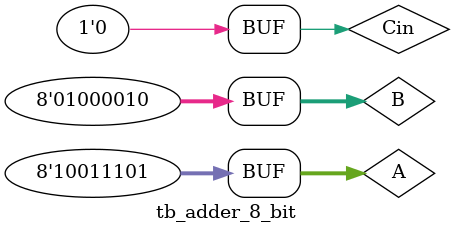
<source format=v>
`timescale 1ns/100ps

module tb_adder_8_bit();
wire [7:0] S;
wire C;

reg [7:0] A,B;
reg Cin;

adder_8_bit dut(S,C,A,B,Cin);

initial begin
   A = 8'd255;B = 8'd255; Cin = 1'b1;
#5 A = 8'd64;B = 8'd102; Cin = 1'b0;
#5 A = 8'd57;B = 8'd86; Cin = 1'b0;
#5 A = 8'd46;B = 8'd177; Cin = 1'b1;
#5 A = 8'd173;B = 8'd27; Cin = 1'b1;
#5 A = 8'd200;B = 8'd21; Cin = 1'b1;
#5 A = 8'd12;B = 8'd54; Cin = 1'b0;
#5 A = 8'd224;B = 8'd77; Cin = 1'b1;
#5 A = 8'd157;B = 8'd66; Cin = 1'b0;
end

initial begin
$monitor($time," A=%d,B=%d,C=%b,S=%d,C=%b",A,B,Cin,S,C);
end

endmodule
</source>
